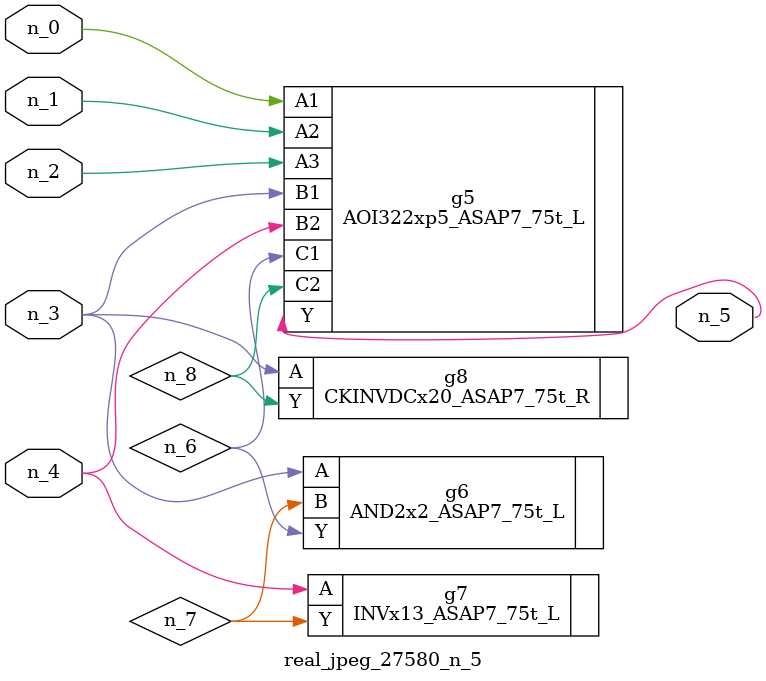
<source format=v>
module real_jpeg_27580_n_5 (n_4, n_0, n_1, n_2, n_3, n_5);

input n_4;
input n_0;
input n_1;
input n_2;
input n_3;

output n_5;

wire n_8;
wire n_6;
wire n_7;

AOI322xp5_ASAP7_75t_L g5 ( 
.A1(n_0),
.A2(n_1),
.A3(n_2),
.B1(n_3),
.B2(n_4),
.C1(n_6),
.C2(n_8),
.Y(n_5)
);

AND2x2_ASAP7_75t_L g6 ( 
.A(n_3),
.B(n_7),
.Y(n_6)
);

CKINVDCx20_ASAP7_75t_R g8 ( 
.A(n_3),
.Y(n_8)
);

INVx13_ASAP7_75t_L g7 ( 
.A(n_4),
.Y(n_7)
);


endmodule
</source>
